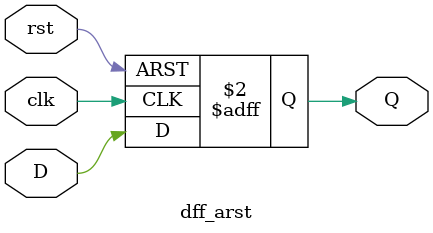
<source format=sv>
module dff_arst (
		input D, rst, clk,
		output reg Q
		);
always@(posedge clk, posedge rst) begin
	if(rst) Q <= 0;
	else Q <= D;
end
endmodule

</source>
